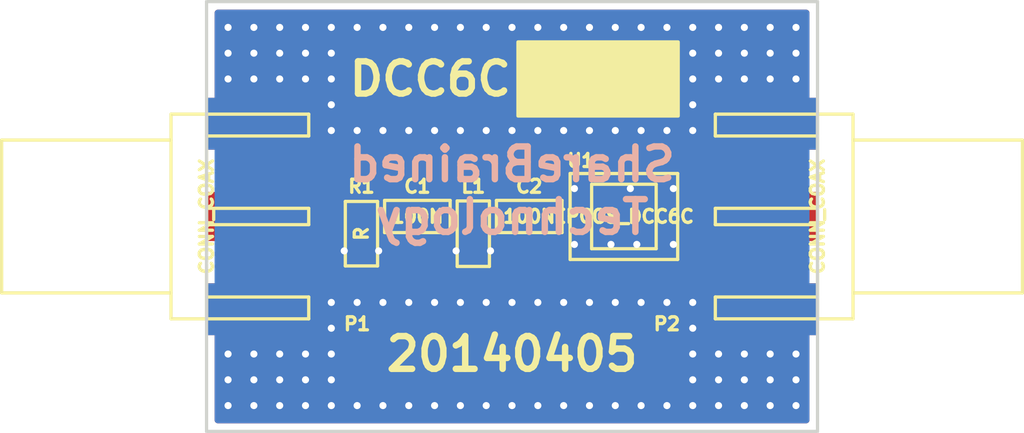
<source format=kicad_pcb>
(kicad_pcb (version 3) (host pcbnew "(2014-03-01 BZR 4730)-product")

  (general
    (links 19)
    (no_connects 0)
    (area 117.098799 89.924999 165.301201 110.075001)
    (thickness 1.6)
    (drawings 7)
    (tracks 287)
    (zones 0)
    (modules 7)
    (nets 6)
  )

  (page A4)
  (layers
    (15 1_top signal)
    (2 2_gnd signal)
    (1 3_gnd signal)
    (0 4_bot signal)
    (16 B.Adhes user)
    (17 F.Adhes user)
    (18 B.Paste user)
    (19 F.Paste user)
    (20 B.SilkS user)
    (21 F.SilkS user)
    (22 B.Mask user)
    (23 F.Mask user)
    (28 Edge.Cuts user)
  )

  (setup
    (last_trace_width 0.3)
    (trace_clearance 0.3)
    (zone_clearance 0.3)
    (zone_45_only yes)
    (trace_min 0.3)
    (segment_width 0.1524)
    (edge_width 0.1524)
    (via_size 0.6858)
    (via_drill 0.3302)
    (via_min_size 0.6858)
    (via_min_drill 0.3302)
    (uvia_size 0.508)
    (uvia_drill 0.127)
    (uvias_allowed no)
    (uvia_min_size 0.508)
    (uvia_min_drill 0.127)
    (pcb_text_width 0.3)
    (pcb_text_size 1.524 1.524)
    (mod_edge_width 0.1524)
    (mod_text_size 0.6096 0.6096)
    (mod_text_width 0.1524)
    (pad_size 2.413 5.08)
    (pad_drill 0)
    (pad_to_mask_clearance 0.0762)
    (aux_axis_origin 0 0)
    (visible_elements FFFEF77F)
    (pcbplotparams
      (layerselection 284983303)
      (usegerberextensions true)
      (excludeedgelayer true)
      (linewidth 0.150000)
      (plotframeref false)
      (viasonmask false)
      (mode 1)
      (useauxorigin false)
      (hpglpennumber 1)
      (hpglpenspeed 20)
      (hpglpendiameter 15)
      (hpglpenoverlay 2)
      (psnegative false)
      (psa4output false)
      (plotreference true)
      (plotvalue false)
      (plotothertext false)
      (plotinvisibletext false)
      (padsonsilk false)
      (subtractmaskfromsilk false)
      (outputformat 1)
      (mirror false)
      (drillshape 0)
      (scaleselection 1)
      (outputdirectory gerber/))
  )

  (net 0 "")
  (net 1 GND)
  (net 2 "Net-(C1-Pad1)")
  (net 3 "Net-(C1-Pad2)")
  (net 4 "Net-(C2-Pad2)")
  (net 5 "Net-(P2-Pad1)")

  (net_class Default "This is the default net class."
    (clearance 0.3)
    (trace_width 0.3)
    (via_dia 0.6858)
    (via_drill 0.3302)
    (uvia_dia 0.508)
    (uvia_drill 0.127)
    (add_net "")
    (add_net "Net-(C1-Pad1)")
    (add_net "Net-(C1-Pad2)")
    (add_net "Net-(C2-Pad2)")
    (add_net "Net-(P2-Pad1)")
  )

  (net_class Power ""
    (clearance 0.3)
    (trace_width 0.6)
    (via_dia 0.6858)
    (via_drill 0.3302)
    (uvia_dia 0.508)
    (uvia_drill 0.127)
    (add_net GND)
  )

  (module epcos_dcc6c:EPCOS_DCC6C (layer 1_top) (tedit 5340EE34) (tstamp 533F855A)
    (at 146.4 100)
    (path /533F3529)
    (fp_text reference U1 (at -2 -2.6) (layer F.SilkS)
      (effects (font (size 0.6096 0.6096) (thickness 0.1524)))
    )
    (fp_text value EPCOS_DCC6C (at 0 0) (layer F.SilkS)
      (effects (font (size 0.6096 0.6096) (thickness 0.1524)))
    )
    (fp_line (start -2.5 -2) (end 2.5 -2) (layer F.SilkS) (width 0.1524))
    (fp_line (start 2.5 -2) (end 2.5 2) (layer F.SilkS) (width 0.1524))
    (fp_line (start 2.5 2) (end -2.5 2) (layer F.SilkS) (width 0.1524))
    (fp_line (start -2.5 2) (end -2.5 -2) (layer F.SilkS) (width 0.1524))
    (fp_line (start -1.5 -1.5) (end 1.5 -1.5) (layer F.SilkS) (width 0.1524))
    (fp_line (start 1.5 -1.5) (end 1.5 1.5) (layer F.SilkS) (width 0.1524))
    (fp_line (start 1.5 1.5) (end -1.5 1.5) (layer F.SilkS) (width 0.1524))
    (fp_line (start -1.5 1.5) (end -1.5 -1.5) (layer F.SilkS) (width 0.1524))
    (pad 1 smd rect (at -1 -1.27) (size 2 0.6) (layers 1_top F.Paste F.Mask)
      (net 1 GND))
    (pad 2 smd rect (at -1.45 0) (size 1.1 0.6) (layers 1_top F.Paste F.Mask)
      (net 4 "Net-(C2-Pad2)"))
    (pad 3 smd rect (at -1.45 1.27) (size 1.1 0.6) (layers 1_top F.Paste F.Mask)
      (net 1 GND))
    (pad 4 smd rect (at 1.45 1.27) (size 1.1 0.6) (layers 1_top F.Paste F.Mask)
      (net 1 GND))
    (pad 5 smd rect (at 1.45 0) (size 1.1 0.6) (layers 1_top F.Paste F.Mask)
      (net 5 "Net-(P2-Pad1)"))
    (pad 6 smd rect (at 1.45 -1.27) (size 1.1 0.6) (layers 1_top F.Paste F.Mask)
      (net 1 GND))
  )

  (module ipc_indc:IPC_INDC1608X95N (layer 1_top) (tedit 5340EE2F) (tstamp 533F4DF4)
    (at 139.4 100.8 270)
    (path /533F380C)
    (fp_text reference L1 (at -2.2 0 360) (layer F.SilkS)
      (effects (font (size 0.6096 0.6096) (thickness 0.1524)))
    )
    (fp_text value L (at 0 0 270) (layer F.SilkS) hide
      (effects (font (size 0.6096 0.6096) (thickness 0.1524)))
    )
    (fp_line (start 1.524 -0.7493) (end 1.524 0.7493) (layer F.SilkS) (width 0.1524))
    (fp_line (start 1.524 0.7493) (end -1.524 0.7493) (layer F.SilkS) (width 0.1524))
    (fp_line (start -1.524 0.7493) (end -1.524 -0.7493) (layer F.SilkS) (width 0.1524))
    (fp_line (start -1.524 -0.7493) (end 1.524 -0.7493) (layer F.SilkS) (width 0.1524))
    (pad 1 smd rect (at -0.8001 0 270) (size 0.94996 0.94996) (layers 1_top F.Paste F.Mask)
      (net 3 "Net-(C1-Pad2)"))
    (pad 2 smd rect (at 0.8001 0 270) (size 0.94996 0.94996) (layers 1_top F.Paste F.Mask)
      (net 1 GND))
  )

  (module ipc_resc:IPC_RESC1608X55N (layer 1_top) (tedit 5340EE29) (tstamp 533F4DFE)
    (at 134.2 100.8 270)
    (tags "1608 metric, 0603 imperial")
    (path /533F39C1)
    (fp_text reference R1 (at -2.2 0 360) (layer F.SilkS)
      (effects (font (size 0.6096 0.6096) (thickness 0.1524)))
    )
    (fp_text value R (at 0 0 270) (layer F.SilkS)
      (effects (font (size 0.6096 0.6096) (thickness 0.1524)))
    )
    (fp_line (start -1.50114 -0.7493) (end 1.50114 -0.7493) (layer F.SilkS) (width 0.1524))
    (fp_line (start 1.50114 -0.7493) (end 1.50114 0.7493) (layer F.SilkS) (width 0.1524))
    (fp_line (start 1.50114 0.7493) (end -1.50114 0.7493) (layer F.SilkS) (width 0.1524))
    (fp_line (start -1.50114 0.7493) (end -1.50114 -0.7493) (layer F.SilkS) (width 0.1524))
    (pad 1 smd rect (at -0.8001 0 270) (size 0.89916 1.00076) (layers 1_top F.Paste F.Mask)
      (net 2 "Net-(C1-Pad1)"))
    (pad 2 smd rect (at 0.8001 0 270) (size 0.89916 1.00076) (layers 1_top F.Paste F.Mask)
      (net 1 GND))
  )

  (module rf_sma:EMERSON_142-0701-801 (layer 1_top) (tedit 5340EBE7) (tstamp 533F945E)
    (at 127 100 90)
    (path /533F4CCC)
    (fp_text reference P1 (at -5 7 180) (layer F.SilkS)
      (effects (font (size 0.6096 0.6096) (thickness 0.1524)))
    )
    (fp_text value CONN_COAX (at 0 0 90) (layer F.SilkS)
      (effects (font (size 0.6096 0.6096) (thickness 0.1524)))
    )
    (fp_line (start 3.556 -1.651) (end 3.556 -9.525) (layer F.SilkS) (width 0.1524))
    (fp_line (start 3.556 -9.525) (end -3.556 -9.525) (layer F.SilkS) (width 0.1524))
    (fp_line (start -3.556 -9.525) (end -3.556 -1.651) (layer F.SilkS) (width 0.1524))
    (fp_line (start -4.7625 0) (end 4.7625 0) (layer F.SilkS) (width 0.1524))
    (fp_line (start 4.7625 0) (end 4.7625 -1.651) (layer F.SilkS) (width 0.1524))
    (fp_line (start 4.7625 -1.651) (end -4.7625 -1.651) (layer F.SilkS) (width 0.1524))
    (fp_line (start -4.7625 -1.651) (end -4.7625 0) (layer F.SilkS) (width 0.1524))
    (fp_line (start -0.381 0) (end -0.381 4.7498) (layer F.SilkS) (width 0.1524))
    (fp_line (start -0.381 4.7498) (end 0.381 4.7498) (layer F.SilkS) (width 0.1524))
    (fp_line (start 0.381 4.7498) (end 0.381 0) (layer F.SilkS) (width 0.1524))
    (fp_line (start 3.7465 0) (end 3.7465 4.7498) (layer F.SilkS) (width 0.1524))
    (fp_line (start 3.7465 4.7498) (end 4.7625 4.7498) (layer F.SilkS) (width 0.1524))
    (fp_line (start 4.7625 4.7498) (end 4.7625 0) (layer F.SilkS) (width 0.1524))
    (fp_line (start -3.7465 0) (end -3.7465 4.7498) (layer F.SilkS) (width 0.1524))
    (fp_line (start -3.7465 4.7498) (end -4.7625 4.7498) (layer F.SilkS) (width 0.1524))
    (fp_line (start -4.7625 0) (end -4.7625 4.7498) (layer F.SilkS) (width 0.1524))
    (pad 2 smd rect (at -4.318 2.54 90) (size 2.413 5.08) (layers 1_top F.Mask)
      (net 1 GND))
    (pad 2 smd rect (at 4.318 2.54 90) (size 2.413 5.08) (layers 1_top F.Mask)
      (net 1 GND))
    (pad 1 smd rect (at 0 2.54 90) (size 2.286 5.08) (layers 1_top F.Mask)
      (net 2 "Net-(C1-Pad1)"))
    (pad 2 smd rect (at 4.318 2.54 90) (size 2.413 5.08) (layers 4_bot B.Mask)
      (net 1 GND))
    (pad 2 smd rect (at -4.318 2.54 90) (size 2.413 5.08) (layers 4_bot B.Mask)
      (net 1 GND))
  )

  (module rf_sma:EMERSON_142-0701-801 (layer 1_top) (tedit 5340EBED) (tstamp 533F9319)
    (at 155.4 100 270)
    (path /533F4CBA)
    (fp_text reference P2 (at 5 7 360) (layer F.SilkS)
      (effects (font (size 0.6096 0.6096) (thickness 0.1524)))
    )
    (fp_text value CONN_COAX (at 0 0 270) (layer F.SilkS)
      (effects (font (size 0.6096 0.6096) (thickness 0.1524)))
    )
    (fp_line (start 3.556 -1.651) (end 3.556 -9.525) (layer F.SilkS) (width 0.1524))
    (fp_line (start 3.556 -9.525) (end -3.556 -9.525) (layer F.SilkS) (width 0.1524))
    (fp_line (start -3.556 -9.525) (end -3.556 -1.651) (layer F.SilkS) (width 0.1524))
    (fp_line (start -4.7625 0) (end 4.7625 0) (layer F.SilkS) (width 0.1524))
    (fp_line (start 4.7625 0) (end 4.7625 -1.651) (layer F.SilkS) (width 0.1524))
    (fp_line (start 4.7625 -1.651) (end -4.7625 -1.651) (layer F.SilkS) (width 0.1524))
    (fp_line (start -4.7625 -1.651) (end -4.7625 0) (layer F.SilkS) (width 0.1524))
    (fp_line (start -0.381 0) (end -0.381 4.7498) (layer F.SilkS) (width 0.1524))
    (fp_line (start -0.381 4.7498) (end 0.381 4.7498) (layer F.SilkS) (width 0.1524))
    (fp_line (start 0.381 4.7498) (end 0.381 0) (layer F.SilkS) (width 0.1524))
    (fp_line (start 3.7465 0) (end 3.7465 4.7498) (layer F.SilkS) (width 0.1524))
    (fp_line (start 3.7465 4.7498) (end 4.7625 4.7498) (layer F.SilkS) (width 0.1524))
    (fp_line (start 4.7625 4.7498) (end 4.7625 0) (layer F.SilkS) (width 0.1524))
    (fp_line (start -3.7465 0) (end -3.7465 4.7498) (layer F.SilkS) (width 0.1524))
    (fp_line (start -3.7465 4.7498) (end -4.7625 4.7498) (layer F.SilkS) (width 0.1524))
    (fp_line (start -4.7625 0) (end -4.7625 4.7498) (layer F.SilkS) (width 0.1524))
    (pad 2 smd rect (at -4.318 2.54 270) (size 2.413 5.08) (layers 1_top F.Mask)
      (net 1 GND))
    (pad 2 smd rect (at 4.318 2.54 270) (size 2.413 5.08) (layers 1_top F.Mask)
      (net 1 GND))
    (pad 1 smd rect (at 0 2.54 270) (size 2.286 5.08) (layers 1_top F.Mask)
      (net 5 "Net-(P2-Pad1)"))
    (pad 2 smd rect (at 4.318 2.54 270) (size 2.413 5.08) (layers 4_bot B.Mask)
      (net 1 GND))
    (pad 2 smd rect (at -4.318 2.54 270) (size 2.413 5.08) (layers 4_bot B.Mask)
      (net 1 GND))
  )

  (module ipc_capc:IPC_CAPC1608X95N (layer 1_top) (tedit 5340EE2C) (tstamp 533F99B6)
    (at 136.8 100)
    (tags "1608 metric, 0603 imperial")
    (path /533F37D0)
    (fp_text reference C1 (at 0 -1.4) (layer F.SilkS)
      (effects (font (size 0.6096 0.6096) (thickness 0.1524)))
    )
    (fp_text value 100N (at 0 0) (layer F.SilkS)
      (effects (font (size 0.6096 0.6096) (thickness 0.1524)))
    )
    (fp_line (start -1.524 -0.7493) (end 1.524 -0.7493) (layer F.SilkS) (width 0.1524))
    (fp_line (start 1.524 -0.7493) (end 1.524 0.7493) (layer F.SilkS) (width 0.1524))
    (fp_line (start 1.524 0.7493) (end -1.524 0.7493) (layer F.SilkS) (width 0.1524))
    (fp_line (start -1.524 0.7493) (end -1.524 -0.7493) (layer F.SilkS) (width 0.1524))
    (pad 1 smd rect (at -0.8001 0) (size 0.94996 1.00076) (layers 1_top F.Paste F.Mask)
      (net 2 "Net-(C1-Pad1)"))
    (pad 2 smd rect (at 0.8001 0) (size 0.94996 1.00076) (layers 1_top F.Paste F.Mask)
      (net 3 "Net-(C1-Pad2)"))
  )

  (module ipc_capc:IPC_CAPC1608X95N (layer 1_top) (tedit 5340EE31) (tstamp 533F99BF)
    (at 142 100)
    (tags "1608 metric, 0603 imperial")
    (path /533F37E4)
    (fp_text reference C2 (at 0 -1.4) (layer F.SilkS)
      (effects (font (size 0.6096 0.6096) (thickness 0.1524)))
    )
    (fp_text value 100N (at 0 0) (layer F.SilkS)
      (effects (font (size 0.6096 0.6096) (thickness 0.1524)))
    )
    (fp_line (start -1.524 -0.7493) (end 1.524 -0.7493) (layer F.SilkS) (width 0.1524))
    (fp_line (start 1.524 -0.7493) (end 1.524 0.7493) (layer F.SilkS) (width 0.1524))
    (fp_line (start 1.524 0.7493) (end -1.524 0.7493) (layer F.SilkS) (width 0.1524))
    (fp_line (start -1.524 0.7493) (end -1.524 -0.7493) (layer F.SilkS) (width 0.1524))
    (pad 1 smd rect (at -0.8001 0) (size 0.94996 1.00076) (layers 1_top F.Paste F.Mask)
      (net 3 "Net-(C1-Pad2)"))
    (pad 2 smd rect (at 0.8001 0) (size 0.94996 1.00076) (layers 1_top F.Paste F.Mask)
      (net 4 "Net-(C2-Pad2)"))
  )

  (gr_text "ShareBrained\nTechnology" (at 141.2 98.8) (layer B.SilkS)
    (effects (font (thickness 0.3)) (justify mirror))
  )
  (gr_text 20140405 (at 141.2 106.4) (layer F.SilkS)
    (effects (font (thickness 0.3)))
  )
  (gr_text DCC6C (at 137.4 93.6) (layer F.SilkS)
    (effects (font (size 1.5 1.5) (thickness 0.3)))
  )
  (gr_line (start 127 110) (end 127 90) (angle 90) (layer Edge.Cuts) (width 0.15))
  (gr_line (start 155.4 110) (end 127 110) (angle 90) (layer Edge.Cuts) (width 0.15))
  (gr_line (start 155.4 90) (end 155.4 110) (angle 90) (layer Edge.Cuts) (width 0.15))
  (gr_line (start 127 90) (end 155.4 90) (angle 90) (layer Edge.Cuts) (width 0.15))

  (segment (start 128 92.4) (end 128 91.2) (width 0.6) (layer 1_top) (net 1))
  (via (at 128 91.2) (size 0.6858) (layers 1_top 4_bot) (net 1))
  (segment (start 128 91.2) (end 129.2 91.2) (width 0.6) (layer 1_top) (net 1) (tstamp 5340E23B))
  (via (at 129.2 91.2) (size 0.6858) (layers 1_top 4_bot) (net 1))
  (segment (start 129.2 91.2) (end 130.4 91.2) (width 0.6) (layer 1_top) (net 1) (tstamp 5340E23E))
  (via (at 130.4 91.2) (size 0.6858) (layers 1_top 4_bot) (net 1))
  (segment (start 130.4 91.2) (end 131.6 91.2) (width 0.6) (layer 1_top) (net 1) (tstamp 5340E241))
  (via (at 131.6 91.2) (size 0.6858) (layers 1_top 4_bot) (net 1))
  (segment (start 131.6 91.2) (end 132.8 91.2) (width 0.6) (layer 1_top) (net 1) (tstamp 5340E244))
  (via (at 132.8 91.2) (size 0.6858) (layers 1_top 4_bot) (net 1))
  (segment (start 132.8 91.2) (end 134 91.2) (width 0.6) (layer 1_top) (net 1) (tstamp 5340E247))
  (via (at 134 91.2) (size 0.6858) (layers 1_top 4_bot) (net 1))
  (segment (start 134 91.2) (end 135.2 91.2) (width 0.6) (layer 1_top) (net 1) (tstamp 5340E24A))
  (via (at 135.2 91.2) (size 0.6858) (layers 1_top 4_bot) (net 1))
  (segment (start 135.2 91.2) (end 136.4 91.2) (width 0.6) (layer 1_top) (net 1) (tstamp 5340E24D))
  (via (at 136.4 91.2) (size 0.6858) (layers 1_top 4_bot) (net 1))
  (segment (start 136.4 91.2) (end 137.6 91.2) (width 0.6) (layer 1_top) (net 1) (tstamp 5340E250))
  (via (at 137.6 91.2) (size 0.6858) (layers 1_top 4_bot) (net 1))
  (segment (start 137.6 91.2) (end 138.8 91.2) (width 0.6) (layer 1_top) (net 1) (tstamp 5340E253))
  (via (at 138.8 91.2) (size 0.6858) (layers 1_top 4_bot) (net 1))
  (segment (start 138.8 91.2) (end 140 91.2) (width 0.6) (layer 1_top) (net 1) (tstamp 5340E256))
  (via (at 140 91.2) (size 0.6858) (layers 1_top 4_bot) (net 1))
  (segment (start 140 91.2) (end 141.2 91.2) (width 0.6) (layer 1_top) (net 1) (tstamp 5340E259))
  (via (at 141.2 91.2) (size 0.6858) (layers 1_top 4_bot) (net 1))
  (segment (start 141.2 91.2) (end 142.4 91.2) (width 0.6) (layer 1_top) (net 1) (tstamp 5340E25C))
  (via (at 142.4 91.2) (size 0.6858) (layers 1_top 4_bot) (net 1))
  (segment (start 142.4 91.2) (end 143.6 91.2) (width 0.6) (layer 1_top) (net 1) (tstamp 5340E25F))
  (via (at 143.6 91.2) (size 0.6858) (layers 1_top 4_bot) (net 1))
  (segment (start 143.6 91.2) (end 144.8 91.2) (width 0.6) (layer 1_top) (net 1) (tstamp 5340E262))
  (via (at 144.8 91.2) (size 0.6858) (layers 1_top 4_bot) (net 1))
  (segment (start 144.8 91.2) (end 146 91.2) (width 0.6) (layer 1_top) (net 1) (tstamp 5340E265))
  (via (at 146 91.2) (size 0.6858) (layers 1_top 4_bot) (net 1))
  (segment (start 146 91.2) (end 147.2 91.2) (width 0.6) (layer 1_top) (net 1) (tstamp 5340E268))
  (via (at 147.2 91.2) (size 0.6858) (layers 1_top 4_bot) (net 1))
  (segment (start 147.2 91.2) (end 148.4 91.2) (width 0.6) (layer 1_top) (net 1) (tstamp 5340E26B))
  (via (at 148.4 91.2) (size 0.6858) (layers 1_top 4_bot) (net 1))
  (segment (start 148.4 91.2) (end 149.6 91.2) (width 0.6) (layer 1_top) (net 1) (tstamp 5340E26E))
  (via (at 149.6 91.2) (size 0.6858) (layers 1_top 4_bot) (net 1))
  (segment (start 149.6 91.2) (end 150.8 91.2) (width 0.6) (layer 1_top) (net 1) (tstamp 5340E271))
  (via (at 150.8 91.2) (size 0.6858) (layers 1_top 4_bot) (net 1))
  (segment (start 150.8 91.2) (end 152 91.2) (width 0.6) (layer 1_top) (net 1) (tstamp 5340E274))
  (via (at 152 91.2) (size 0.6858) (layers 1_top 4_bot) (net 1))
  (segment (start 152 91.2) (end 153.2 91.2) (width 0.6) (layer 1_top) (net 1) (tstamp 5340E277))
  (via (at 153.2 91.2) (size 0.6858) (layers 1_top 4_bot) (net 1))
  (segment (start 153.2 91.2) (end 154.4 91.2) (width 0.6) (layer 1_top) (net 1) (tstamp 5340E27A))
  (via (at 154.4 91.2) (size 0.6858) (layers 1_top 4_bot) (net 1))
  (segment (start 154.4 91.2) (end 154.4 92.4) (width 0.6) (layer 1_top) (net 1) (tstamp 5340E27D))
  (via (at 154.4 92.4) (size 0.6858) (layers 1_top 4_bot) (net 1))
  (via (at 149.6 96) (size 0.6858) (layers 1_top 4_bot) (net 1))
  (segment (start 152.86 95.682) (end 149.918 95.682) (width 0.6) (layer 1_top) (net 1))
  (segment (start 149.918 95.682) (end 149.6 96) (width 0.6) (layer 1_top) (net 1) (tstamp 53403688))
  (via (at 150.8 93.6) (size 0.6858) (layers 1_top 4_bot) (net 1))
  (segment (start 150.8 93.6) (end 152 93.6) (width 0.6) (layer 1_top) (net 1) (tstamp 533F9673))
  (via (at 152 93.6) (size 0.6858) (layers 1_top 4_bot) (net 1))
  (segment (start 152 93.6) (end 153.2 93.6) (width 0.6) (layer 1_top) (net 1) (tstamp 533F9677))
  (via (at 153.2 93.6) (size 0.6858) (layers 1_top 4_bot) (net 1))
  (segment (start 153.2 93.6) (end 154.4 93.6) (width 0.6) (layer 1_top) (net 1) (tstamp 533F967A))
  (via (at 154.4 93.6) (size 0.6858) (layers 1_top 4_bot) (net 1))
  (segment (start 154.4 93.6) (end 154.4 92.4) (width 0.6) (layer 1_top) (net 1) (tstamp 533F967D))
  (via (at 149.6 93.6) (size 0.6858) (layers 1_top 4_bot) (net 1))
  (segment (start 149.6 94.8) (end 149.6 93.6) (width 0.6) (layer 1_top) (net 1) (tstamp 533F9600))
  (via (at 149.6 94.8) (size 0.6858) (layers 1_top 4_bot) (net 1))
  (segment (start 149.6 96) (end 149.6 94.8) (width 0.6) (layer 1_top) (net 1) (tstamp 533F95F2))
  (segment (start 149.6 93.6) (end 150.8 93.6) (width 0.6) (layer 1_top) (net 1))
  (segment (start 154.4 92.4) (end 153.2 92.4) (width 0.6) (layer 1_top) (net 1) (tstamp 533F9680))
  (via (at 153.2 92.4) (size 0.6858) (layers 1_top 4_bot) (net 1))
  (segment (start 153.2 92.4) (end 152 92.4) (width 0.6) (layer 1_top) (net 1) (tstamp 533F9683))
  (via (at 152 92.4) (size 0.6858) (layers 1_top 4_bot) (net 1))
  (segment (start 152 92.4) (end 150.8 92.4) (width 0.6) (layer 1_top) (net 1) (tstamp 533F9686))
  (via (at 150.8 92.4) (size 0.6858) (layers 1_top 4_bot) (net 1))
  (segment (start 150.8 92.4) (end 149.6 92.4) (width 0.6) (layer 1_top) (net 1) (tstamp 533F9689))
  (via (at 149.6 92.4) (size 0.6858) (layers 1_top 4_bot) (net 1))
  (via (at 128 92.4) (size 0.6858) (layers 1_top 4_bot) (net 1))
  (via (at 132.8 92.4) (size 0.6858) (layers 1_top 4_bot) (net 1))
  (segment (start 131.6 92.4) (end 132.8 92.4) (width 0.6) (layer 1_top) (net 1) (tstamp 533F96BD))
  (via (at 131.6 92.4) (size 0.6858) (layers 1_top 4_bot) (net 1))
  (segment (start 130.4 92.4) (end 131.6 92.4) (width 0.6) (layer 1_top) (net 1) (tstamp 533F96BA))
  (via (at 130.4 92.4) (size 0.6858) (layers 1_top 4_bot) (net 1))
  (segment (start 129.2 92.4) (end 130.4 92.4) (width 0.6) (layer 1_top) (net 1) (tstamp 533F96B7))
  (via (at 129.2 92.4) (size 0.6858) (layers 1_top 4_bot) (net 1))
  (segment (start 128 92.4) (end 129.2 92.4) (width 0.6) (layer 1_top) (net 1) (tstamp 533F96B4))
  (segment (start 128 93.6) (end 128 92.4) (width 0.6) (layer 1_top) (net 1) (tstamp 533F96B1))
  (via (at 128 93.6) (size 0.6858) (layers 1_top 4_bot) (net 1))
  (segment (start 129.2 93.6) (end 128 93.6) (width 0.6) (layer 1_top) (net 1) (tstamp 533F96AE))
  (via (at 129.2 93.6) (size 0.6858) (layers 1_top 4_bot) (net 1))
  (segment (start 130.4 93.6) (end 129.2 93.6) (width 0.6) (layer 1_top) (net 1) (tstamp 533F96AB))
  (via (at 130.4 93.6) (size 0.6858) (layers 1_top 4_bot) (net 1))
  (segment (start 131.6 93.6) (end 130.4 93.6) (width 0.6) (layer 1_top) (net 1) (tstamp 533F96A8))
  (via (at 131.6 93.6) (size 0.6858) (layers 1_top 4_bot) (net 1))
  (segment (start 132.8 93.6) (end 131.6 93.6) (width 0.6) (layer 1_top) (net 1) (tstamp 533F96A5))
  (via (at 132.8 93.6) (size 0.6858) (layers 1_top 4_bot) (net 1))
  (segment (start 132.8 94.8) (end 132.8 93.6) (width 0.6) (layer 1_top) (net 1) (tstamp 533F96A2))
  (via (at 132.8 94.8) (size 0.6858) (layers 1_top 4_bot) (net 1))
  (segment (start 132.8 96) (end 132.8 94.8) (width 0.6) (layer 1_top) (net 1) (tstamp 533F969F))
  (via (at 132.8 96) (size 0.6858) (layers 1_top 4_bot) (net 1))
  (segment (start 129.54 95.682) (end 132.482 95.682) (width 0.6) (layer 1_top) (net 1))
  (segment (start 132.482 95.682) (end 132.8 96) (width 0.6) (layer 1_top) (net 1) (tstamp 533F9697))
  (via (at 141.2 96) (size 0.6858) (layers 1_top 4_bot) (net 1))
  (segment (start 141.2 96) (end 140 96) (width 0.6) (layer 1_top) (net 1) (tstamp 53403695))
  (via (at 148.4 96) (size 0.6858) (layers 1_top 4_bot) (net 1))
  (segment (start 148.4 96) (end 147.2 96) (width 0.6) (layer 1_top) (net 1) (tstamp 533F97E3))
  (via (at 147.2 96) (size 0.6858) (layers 1_top 4_bot) (net 1))
  (segment (start 147.2 96) (end 146 96) (width 0.6) (layer 1_top) (net 1) (tstamp 533F97E6))
  (via (at 146 96) (size 0.6858) (layers 1_top 4_bot) (net 1))
  (segment (start 146 96) (end 144.8 96) (width 0.6) (layer 1_top) (net 1) (tstamp 533F97E9))
  (via (at 144.8 96) (size 0.6858) (layers 1_top 4_bot) (net 1))
  (segment (start 144.8 96) (end 143.6 96) (width 0.6) (layer 1_top) (net 1) (tstamp 533F97EC))
  (via (at 143.6 96) (size 0.6858) (layers 1_top 4_bot) (net 1))
  (segment (start 143.6 96) (end 142.4 96) (width 0.6) (layer 1_top) (net 1) (tstamp 533F97EF))
  (via (at 142.4 96) (size 0.6858) (layers 1_top 4_bot) (net 1))
  (segment (start 148.4 96) (end 149.6 96) (width 0.6) (layer 1_top) (net 1))
  (segment (start 132.8 96) (end 134 96) (width 0.6) (layer 1_top) (net 1) (tstamp 533F9804))
  (via (at 134 96) (size 0.6858) (layers 1_top 4_bot) (net 1))
  (segment (start 135.2 96) (end 134 96) (width 0.6) (layer 1_top) (net 1) (tstamp 533F9801))
  (via (at 135.2 96) (size 0.6858) (layers 1_top 4_bot) (net 1))
  (segment (start 136.4 96) (end 135.2 96) (width 0.6) (layer 1_top) (net 1) (tstamp 533F97FE))
  (via (at 136.4 96) (size 0.6858) (layers 1_top 4_bot) (net 1))
  (segment (start 137.6 96) (end 136.4 96) (width 0.6) (layer 1_top) (net 1) (tstamp 533F97FB))
  (via (at 137.6 96) (size 0.6858) (layers 1_top 4_bot) (net 1))
  (segment (start 138.8 96) (end 137.6 96) (width 0.6) (layer 1_top) (net 1) (tstamp 533F97F8))
  (via (at 138.8 96) (size 0.6858) (layers 1_top 4_bot) (net 1))
  (segment (start 140 96) (end 138.8 96) (width 0.6) (layer 1_top) (net 1) (tstamp 533F97F5))
  (via (at 140 96) (size 0.6858) (layers 1_top 4_bot) (net 1))
  (segment (start 142.4 96) (end 141.2 96) (width 0.6) (layer 1_top) (net 1))
  (segment (start 141.2 108.8) (end 142.4 108.8) (width 0.6) (layer 1_top) (net 1))
  (via (at 142.4 108.8) (size 0.6858) (layers 1_top 4_bot) (net 1))
  (segment (start 142.4 108.8) (end 143.6 108.8) (width 0.6) (layer 1_top) (net 1) (tstamp 534036FB))
  (via (at 143.6 108.8) (size 0.6858) (layers 1_top 4_bot) (net 1))
  (segment (start 143.6 108.8) (end 144.8 108.8) (width 0.6) (layer 1_top) (net 1) (tstamp 534036FE))
  (via (at 144.8 108.8) (size 0.6858) (layers 1_top 4_bot) (net 1))
  (segment (start 144.8 108.8) (end 146 108.8) (width 0.6) (layer 1_top) (net 1) (tstamp 53403701))
  (via (at 146 108.8) (size 0.6858) (layers 1_top 4_bot) (net 1))
  (segment (start 146 108.8) (end 147.2 108.8) (width 0.6) (layer 1_top) (net 1) (tstamp 53403704))
  (via (at 147.2 108.8) (size 0.6858) (layers 1_top 4_bot) (net 1))
  (segment (start 147.2 108.8) (end 148.4 108.8) (width 0.6) (layer 1_top) (net 1) (tstamp 53403707))
  (via (at 148.4 108.8) (size 0.6858) (layers 1_top 4_bot) (net 1))
  (segment (start 148.4 108.8) (end 149.6 108.8) (width 0.6) (layer 1_top) (net 1) (tstamp 5340370A))
  (via (at 149.6 108.8) (size 0.6858) (layers 1_top 4_bot) (net 1))
  (segment (start 149.6 108.8) (end 150.8 108.8) (width 0.6) (layer 1_top) (net 1) (tstamp 5340370D))
  (via (at 150.8 108.8) (size 0.6858) (layers 1_top 4_bot) (net 1))
  (segment (start 150.8 108.8) (end 152 108.8) (width 0.6) (layer 1_top) (net 1) (tstamp 53403710))
  (via (at 152 108.8) (size 0.6858) (layers 1_top 4_bot) (net 1))
  (segment (start 152 108.8) (end 153.2 108.8) (width 0.6) (layer 1_top) (net 1) (tstamp 53403713))
  (via (at 153.2 108.8) (size 0.6858) (layers 1_top 4_bot) (net 1))
  (segment (start 153.2 108.8) (end 154.4 108.8) (width 0.6) (layer 1_top) (net 1) (tstamp 53403716))
  (via (at 154.4 108.8) (size 0.6858) (layers 1_top 4_bot) (net 1))
  (segment (start 154.4 108.8) (end 154.4 107.6) (width 0.6) (layer 1_top) (net 1) (tstamp 53403719))
  (segment (start 128 107.6) (end 128 108.8) (width 0.6) (layer 1_top) (net 1))
  (via (at 141.2 108.8) (size 0.6858) (layers 1_top 4_bot) (net 1))
  (segment (start 140 108.8) (end 141.2 108.8) (width 0.6) (layer 1_top) (net 1) (tstamp 534035FE))
  (via (at 140 108.8) (size 0.6858) (layers 1_top 4_bot) (net 1))
  (segment (start 138.8 108.8) (end 140 108.8) (width 0.6) (layer 1_top) (net 1) (tstamp 534035FB))
  (via (at 138.8 108.8) (size 0.6858) (layers 1_top 4_bot) (net 1))
  (segment (start 137.6 108.8) (end 138.8 108.8) (width 0.6) (layer 1_top) (net 1) (tstamp 534035F8))
  (via (at 137.6 108.8) (size 0.6858) (layers 1_top 4_bot) (net 1))
  (segment (start 136.4 108.8) (end 137.6 108.8) (width 0.6) (layer 1_top) (net 1) (tstamp 534035F5))
  (via (at 136.4 108.8) (size 0.6858) (layers 1_top 4_bot) (net 1))
  (segment (start 135.2 108.8) (end 136.4 108.8) (width 0.6) (layer 1_top) (net 1) (tstamp 534035F2))
  (via (at 135.2 108.8) (size 0.6858) (layers 1_top 4_bot) (net 1))
  (segment (start 134 108.8) (end 135.2 108.8) (width 0.6) (layer 1_top) (net 1) (tstamp 534035EF))
  (via (at 134 108.8) (size 0.6858) (layers 1_top 4_bot) (net 1))
  (segment (start 132.8 108.8) (end 134 108.8) (width 0.6) (layer 1_top) (net 1) (tstamp 534035EC))
  (via (at 132.8 108.8) (size 0.6858) (layers 1_top 4_bot) (net 1))
  (segment (start 131.6 108.8) (end 132.8 108.8) (width 0.6) (layer 1_top) (net 1) (tstamp 534035E9))
  (via (at 131.6 108.8) (size 0.6858) (layers 1_top 4_bot) (net 1))
  (segment (start 130.4 108.8) (end 131.6 108.8) (width 0.6) (layer 1_top) (net 1) (tstamp 534035E6))
  (via (at 130.4 108.8) (size 0.6858) (layers 1_top 4_bot) (net 1))
  (segment (start 129.2 108.8) (end 130.4 108.8) (width 0.6) (layer 1_top) (net 1) (tstamp 534035E3))
  (via (at 129.2 108.8) (size 0.6858) (layers 1_top 4_bot) (net 1))
  (segment (start 128 108.8) (end 129.2 108.8) (width 0.6) (layer 1_top) (net 1) (tstamp 534035E0))
  (via (at 128 108.8) (size 0.6858) (layers 1_top 4_bot) (net 1))
  (via (at 128 107.6) (size 0.6858) (layers 1_top 4_bot) (net 1))
  (via (at 154.4 107.6) (size 0.6858) (layers 1_top 4_bot) (net 1))
  (via (at 149.6 104) (size 0.6858) (layers 1_top 4_bot) (net 1))
  (segment (start 149.918 104.318) (end 149.6 104) (width 0.6) (layer 1_top) (net 1) (tstamp 534036C4))
  (segment (start 152.86 104.318) (end 149.918 104.318) (width 0.6) (layer 1_top) (net 1))
  (segment (start 149.6 104) (end 149.6 105.2) (width 0.6) (layer 1_top) (net 1) (tstamp 533F971E))
  (via (at 149.6 105.2) (size 0.6858) (layers 1_top 4_bot) (net 1))
  (segment (start 149.6 105.2) (end 149.6 106.4) (width 0.6) (layer 1_top) (net 1) (tstamp 533F9721))
  (via (at 149.6 106.4) (size 0.6858) (layers 1_top 4_bot) (net 1))
  (segment (start 149.6 106.4) (end 150.8 106.4) (width 0.6) (layer 1_top) (net 1) (tstamp 533F9724))
  (via (at 150.8 106.4) (size 0.6858) (layers 1_top 4_bot) (net 1))
  (segment (start 150.8 106.4) (end 152 106.4) (width 0.6) (layer 1_top) (net 1) (tstamp 533F9727))
  (via (at 152 106.4) (size 0.6858) (layers 1_top 4_bot) (net 1))
  (segment (start 152 106.4) (end 153.2 106.4) (width 0.6) (layer 1_top) (net 1) (tstamp 533F972A))
  (via (at 153.2 106.4) (size 0.6858) (layers 1_top 4_bot) (net 1))
  (segment (start 153.2 106.4) (end 154.4 106.4) (width 0.6) (layer 1_top) (net 1) (tstamp 533F972D))
  (via (at 154.4 106.4) (size 0.6858) (layers 1_top 4_bot) (net 1))
  (segment (start 154.4 106.4) (end 154.4 107.6) (width 0.6) (layer 1_top) (net 1) (tstamp 533F9730))
  (segment (start 154.4 107.6) (end 153.2 107.6) (width 0.6) (layer 1_top) (net 1) (tstamp 533F9733))
  (via (at 153.2 107.6) (size 0.6858) (layers 1_top 4_bot) (net 1))
  (segment (start 153.2 107.6) (end 152 107.6) (width 0.6) (layer 1_top) (net 1) (tstamp 533F9736))
  (via (at 152 107.6) (size 0.6858) (layers 1_top 4_bot) (net 1))
  (segment (start 152 107.6) (end 150.8 107.6) (width 0.6) (layer 1_top) (net 1) (tstamp 533F9739))
  (via (at 150.8 107.6) (size 0.6858) (layers 1_top 4_bot) (net 1))
  (segment (start 150.8 107.6) (end 149.6 107.6) (width 0.6) (layer 1_top) (net 1) (tstamp 533F973C))
  (via (at 149.6 107.6) (size 0.6858) (layers 1_top 4_bot) (net 1))
  (via (at 141.2 104) (size 0.6858) (layers 1_top 4_bot) (net 1))
  (segment (start 141.2 104) (end 142.4 104) (width 0.6) (layer 1_top) (net 1) (tstamp 534036CB))
  (segment (start 134 104) (end 132.8 104) (width 0.6) (layer 1_top) (net 1))
  (via (at 132.8 104) (size 0.6858) (layers 1_top 4_bot) (net 1))
  (segment (start 128 106.4) (end 128 107.6) (width 0.6) (layer 1_top) (net 1) (tstamp 533F9755))
  (via (at 128 106.4) (size 0.6858) (layers 1_top 4_bot) (net 1))
  (segment (start 129.2 106.4) (end 128 106.4) (width 0.6) (layer 1_top) (net 1) (tstamp 533F9752))
  (via (at 129.2 106.4) (size 0.6858) (layers 1_top 4_bot) (net 1))
  (segment (start 130.4 106.4) (end 129.2 106.4) (width 0.6) (layer 1_top) (net 1) (tstamp 533F974F))
  (via (at 130.4 106.4) (size 0.6858) (layers 1_top 4_bot) (net 1))
  (segment (start 131.6 106.4) (end 130.4 106.4) (width 0.6) (layer 1_top) (net 1) (tstamp 533F974C))
  (via (at 131.6 106.4) (size 0.6858) (layers 1_top 4_bot) (net 1))
  (segment (start 132.8 106.4) (end 131.6 106.4) (width 0.6) (layer 1_top) (net 1) (tstamp 533F9749))
  (via (at 132.8 106.4) (size 0.6858) (layers 1_top 4_bot) (net 1))
  (segment (start 132.8 105.2) (end 132.8 106.4) (width 0.6) (layer 1_top) (net 1) (tstamp 533F9746))
  (via (at 132.8 105.2) (size 0.6858) (layers 1_top 4_bot) (net 1))
  (segment (start 132.8 104) (end 132.8 105.2) (width 0.6) (layer 1_top) (net 1) (tstamp 533F9743))
  (segment (start 128 107.6) (end 129.2 107.6) (width 0.6) (layer 1_top) (net 1) (tstamp 533F9758))
  (via (at 129.2 107.6) (size 0.6858) (layers 1_top 4_bot) (net 1))
  (segment (start 129.2 107.6) (end 130.4 107.6) (width 0.6) (layer 1_top) (net 1) (tstamp 533F975B))
  (via (at 130.4 107.6) (size 0.6858) (layers 1_top 4_bot) (net 1))
  (segment (start 130.4 107.6) (end 131.6 107.6) (width 0.6) (layer 1_top) (net 1) (tstamp 533F975E))
  (via (at 131.6 107.6) (size 0.6858) (layers 1_top 4_bot) (net 1))
  (segment (start 131.6 107.6) (end 132.8 107.6) (width 0.6) (layer 1_top) (net 1) (tstamp 533F9761))
  (via (at 132.8 107.6) (size 0.6858) (layers 1_top 4_bot) (net 1))
  (segment (start 149.6 104) (end 148.4 104) (width 0.6) (layer 1_top) (net 1) (tstamp 533F9797))
  (via (at 148.4 104) (size 0.6858) (layers 1_top 4_bot) (net 1))
  (segment (start 147.2 104) (end 148.4 104) (width 0.6) (layer 1_top) (net 1) (tstamp 533F9794))
  (via (at 147.2 104) (size 0.6858) (layers 1_top 4_bot) (net 1))
  (segment (start 146 104) (end 147.2 104) (width 0.6) (layer 1_top) (net 1) (tstamp 533F9791))
  (via (at 146 104) (size 0.6858) (layers 1_top 4_bot) (net 1))
  (segment (start 144.8 104) (end 146 104) (width 0.6) (layer 1_top) (net 1) (tstamp 533F978E))
  (via (at 144.8 104) (size 0.6858) (layers 1_top 4_bot) (net 1))
  (segment (start 143.6 104) (end 144.8 104) (width 0.6) (layer 1_top) (net 1) (tstamp 533F978B))
  (via (at 143.6 104) (size 0.6858) (layers 1_top 4_bot) (net 1))
  (segment (start 142.4 104) (end 143.6 104) (width 0.6) (layer 1_top) (net 1) (tstamp 533F9788))
  (via (at 142.4 104) (size 0.6858) (layers 1_top 4_bot) (net 1))
  (via (at 140 104) (size 0.6858) (layers 1_top 4_bot) (net 1))
  (segment (start 138.8 104) (end 140 104) (width 0.6) (layer 1_top) (net 1) (tstamp 533F9782))
  (via (at 138.8 104) (size 0.6858) (layers 1_top 4_bot) (net 1))
  (segment (start 137.6 104) (end 138.8 104) (width 0.6) (layer 1_top) (net 1) (tstamp 533F977F))
  (via (at 137.6 104) (size 0.6858) (layers 1_top 4_bot) (net 1))
  (segment (start 136.4 104) (end 137.6 104) (width 0.6) (layer 1_top) (net 1) (tstamp 533F977C))
  (via (at 136.4 104) (size 0.6858) (layers 1_top 4_bot) (net 1))
  (segment (start 135.2 104) (end 136.4 104) (width 0.6) (layer 1_top) (net 1) (tstamp 533F9779))
  (via (at 135.2 104) (size 0.6858) (layers 1_top 4_bot) (net 1))
  (segment (start 134 104) (end 135.2 104) (width 0.6) (layer 1_top) (net 1) (tstamp 533F9776))
  (via (at 134 104) (size 0.6858) (layers 1_top 4_bot) (net 1))
  (segment (start 140 104) (end 141.2 104) (width 0.6) (layer 1_top) (net 1))
  (segment (start 129.54 104.318) (end 132.482 104.318) (width 0.6) (layer 1_top) (net 1))
  (segment (start 132.482 104.318) (end 132.8 104) (width 0.6) (layer 1_top) (net 1) (tstamp 533F9741))
  (segment (start 145.4 98.73) (end 146.67 98.73) (width 0.6) (layer 1_top) (net 1))
  (segment (start 146.67 98.73) (end 146.7 98.7) (width 0.6) (layer 1_top) (net 1) (tstamp 5340329E))
  (via (at 146.7 98.7) (size 0.6858) (layers 1_top 4_bot) (net 1))
  (segment (start 144.95 101.27) (end 144.13 101.27) (width 0.6) (layer 1_top) (net 1))
  (segment (start 144.13 101.27) (end 144.1 101.3) (width 0.6) (layer 1_top) (net 1) (tstamp 533F9F5C))
  (via (at 144.1 101.3) (size 0.6858) (layers 1_top 4_bot) (net 1))
  (segment (start 144.95 101.27) (end 145.77 101.27) (width 0.6) (layer 1_top) (net 1))
  (segment (start 145.77 101.27) (end 145.8 101.3) (width 0.6) (layer 1_top) (net 1) (tstamp 533F9F57))
  (via (at 145.8 101.3) (size 0.6858) (layers 1_top 4_bot) (net 1))
  (segment (start 147.85 101.27) (end 147.03 101.27) (width 0.6) (layer 1_top) (net 1))
  (segment (start 147.03 101.27) (end 147 101.3) (width 0.6) (layer 1_top) (net 1) (tstamp 533F9F52))
  (via (at 147 101.3) (size 0.6858) (layers 1_top 4_bot) (net 1))
  (segment (start 147.85 101.27) (end 148.67 101.27) (width 0.6) (layer 1_top) (net 1))
  (segment (start 148.67 101.27) (end 148.7 101.3) (width 0.6) (layer 1_top) (net 1) (tstamp 533F9F46))
  (via (at 148.7 101.3) (size 0.6858) (layers 1_top 4_bot) (net 1))
  (segment (start 147.85 98.73) (end 148.67 98.73) (width 0.6) (layer 1_top) (net 1))
  (segment (start 148.67 98.73) (end 148.7 98.7) (width 0.6) (layer 1_top) (net 1) (tstamp 533F9E0E))
  (via (at 148.7 98.7) (size 0.6858) (layers 1_top 4_bot) (net 1))
  (segment (start 145.4 98.73) (end 144.13 98.73) (width 0.6) (layer 1_top) (net 1))
  (segment (start 144.13 98.73) (end 144.1 98.7) (width 0.6) (layer 1_top) (net 1) (tstamp 533F9E07))
  (via (at 144.1 98.7) (size 0.6858) (layers 1_top 4_bot) (net 1))
  (segment (start 134.2 101.6001) (end 134.9999 101.6001) (width 0.6) (layer 1_top) (net 1))
  (segment (start 134.9999 101.6001) (end 135 101.6) (width 0.6) (layer 1_top) (net 1) (tstamp 533F9B23))
  (via (at 135 101.6) (size 0.6858) (layers 1_top 4_bot) (net 1))
  (segment (start 134.2 101.6001) (end 133.4001 101.6001) (width 0.6) (layer 1_top) (net 1))
  (via (at 133.4 101.6) (size 0.6858) (layers 1_top 4_bot) (net 1))
  (segment (start 133.4001 101.6001) (end 133.4 101.6) (width 0.6) (layer 1_top) (net 1) (tstamp 533F9B1F))
  (segment (start 139.4 101.6001) (end 138.6001 101.6001) (width 0.6) (layer 1_top) (net 1))
  (segment (start 138.6001 101.6001) (end 138.6 101.6) (width 0.6) (layer 1_top) (net 1) (tstamp 533F9B1B))
  (via (at 138.6 101.6) (size 0.6858) (layers 1_top 4_bot) (net 1))
  (segment (start 139.4 101.6001) (end 140.1999 101.6001) (width 0.6) (layer 1_top) (net 1))
  (segment (start 140.1999 101.6001) (end 140.2 101.6) (width 0.6) (layer 1_top) (net 1) (tstamp 533F9B17))
  (via (at 140.2 101.6) (size 0.6858) (layers 1_top 4_bot) (net 1))
  (segment (start 129.74 100) (end 134.1999 100) (width 0.3) (layer 1_top) (net 2))
  (segment (start 134.1999 100) (end 135.9999 100) (width 0.3) (layer 1_top) (net 2) (tstamp 533F9AF5))
  (segment (start 137.6001 100) (end 139.3999 100) (width 0.3) (layer 1_top) (net 3))
  (segment (start 139.3999 100) (end 141.1999 100) (width 0.3) (layer 1_top) (net 3) (tstamp 533F9AF8))
  (segment (start 142.8001 100) (end 144.95 100) (width 0.3) (layer 1_top) (net 4))
  (segment (start 147.85 100) (end 153.06 100) (width 0.3) (layer 1_top) (net 5) (status 20))

  (zone (net 1) (net_name GND) (layer 1_top) (tstamp 533F955B) (hatch edge 0.508)
    (connect_pads yes (clearance 0.3))
    (min_thickness 0.3)
    (fill (arc_segments 16) (thermal_gap 0.508) (thermal_bridge_width 0.508))
    (polygon
      (pts
        (xy 127 90) (xy 155.4 90) (xy 155.4 96.8) (xy 127 96.8)
      )
    )
    (filled_polygon
      (pts
        (xy 154.875 96.65) (xy 127.525 96.65) (xy 127.525 90.525) (xy 154.875 90.525) (xy 154.875 96.65)
      )
    )
  )
  (zone (net 1) (net_name GND) (layer 1_top) (tstamp 533F959A) (hatch edge 0.508)
    (connect_pads yes (clearance 0.3))
    (min_thickness 0.3)
    (fill (arc_segments 16) (thermal_gap 0.508) (thermal_bridge_width 0.508))
    (polygon
      (pts
        (xy 127 103.2) (xy 155.4 103.2) (xy 155.4 110) (xy 127 110)
      )
    )
    (filled_polygon
      (pts
        (xy 154.875 109.475) (xy 127.525 109.475) (xy 127.525 103.35) (xy 154.875 103.35) (xy 154.875 109.475)
      )
    )
  )
  (zone (net 1) (net_name GND) (layer 2_gnd) (tstamp 533F95B7) (hatch edge 0.508)
    (connect_pads yes (clearance 0.3))
    (min_thickness 0.3)
    (fill (arc_segments 16) (thermal_gap 0.508) (thermal_bridge_width 0.508))
    (polygon
      (pts
        (xy 127 90) (xy 155.4 90) (xy 155.4 110) (xy 127 110)
      )
    )
    (filled_polygon
      (pts
        (xy 154.875 109.475) (xy 127.525 109.475) (xy 127.525 90.525) (xy 154.875 90.525) (xy 154.875 109.475)
      )
    )
  )
  (zone (net 1) (net_name GND) (layer 3_gnd) (tstamp 534032EB) (hatch edge 0.508)
    (connect_pads yes (clearance 0.3))
    (min_thickness 0.3)
    (fill (arc_segments 16) (thermal_gap 0.508) (thermal_bridge_width 0.508))
    (polygon
      (pts
        (xy 127 90) (xy 155.4 90) (xy 155.4 110) (xy 127 110)
      )
    )
    (filled_polygon
      (pts
        (xy 154.875 109.475) (xy 127.525 109.475) (xy 127.525 90.525) (xy 154.875 90.525) (xy 154.875 109.475)
      )
    )
  )
  (zone (net 1) (net_name GND) (layer 4_bot) (tstamp 5340330B) (hatch edge 0.508)
    (connect_pads yes (clearance 0.3))
    (min_thickness 0.3)
    (fill (arc_segments 16) (thermal_gap 0.508) (thermal_bridge_width 0.508))
    (polygon
      (pts
        (xy 127 90) (xy 155.4 90) (xy 155.4 110) (xy 127 110)
      )
    )
    (filled_polygon
      (pts
        (xy 154.875 109.475) (xy 127.525 109.475) (xy 127.525 90.525) (xy 154.875 90.525) (xy 154.875 109.475)
      )
    )
  )
  (zone (net 0) (net_name "") (layer F.SilkS) (tstamp 5340F34E) (hatch edge 0.508)
    (connect_pads (clearance 0.3))
    (min_thickness 0.1524)
    (fill (arc_segments 16) (thermal_gap 0.508) (thermal_bridge_width 0.508))
    (polygon
      (pts
        (xy 141.4 91.8) (xy 149 91.8) (xy 149 95.4) (xy 141.4 95.4)
      )
    )
    (filled_polygon
      (pts
        (xy 148.9238 95.3238) (xy 141.4762 95.3238) (xy 141.4762 91.8762) (xy 148.9238 91.8762) (xy 148.9238 95.3238)
      )
    )
  )
)

</source>
